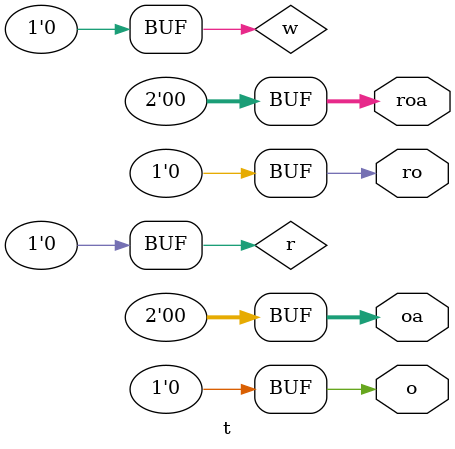
<source format=v>

module t (
   output o,
   output [1:0] oa,
   output reg ro,
   output reg [1:0] roa
   //1800 only:
   //output var vo;
   //output var [1:0] voa;
   );

   wire w;
   reg  r;

   initial begin
      w = '0;  // Error
      o = '0;  // Error
      oa = '0;  // Error
      r = '0;  // Not an error
      ro = '0;  // Not an error
      roa = '0;  // Not an error
      //vo = '0;  // Not an error
      //voa = '0;  // Not an error
   end

endmodule

</source>
